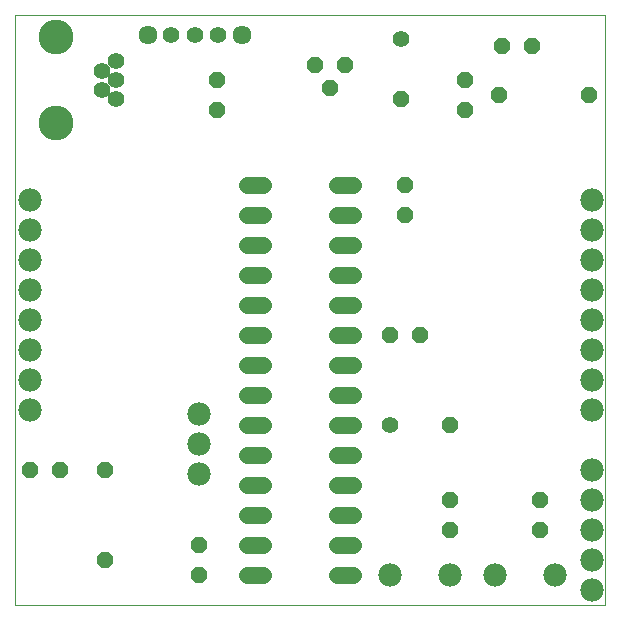
<source format=gts>
G75*
%MOIN*%
%OFA0B0*%
%FSLAX25Y25*%
%IPPOS*%
%LPD*%
%AMOC8*
5,1,8,0,0,1.08239X$1,22.5*
%
%ADD10C,0.00000*%
%ADD11OC8,0.05600*%
%ADD12C,0.05600*%
%ADD13C,0.05550*%
%ADD14C,0.11620*%
%ADD15C,0.07800*%
%ADD16C,0.05600*%
%ADD17C,0.06337*%
D10*
X0005060Y0001800D02*
X0005060Y0198650D01*
X0201910Y0198650D01*
X0201910Y0001800D01*
X0005060Y0001800D01*
D11*
X0035060Y0016800D03*
X0035060Y0046800D03*
X0020060Y0046800D03*
X0010060Y0046800D03*
X0066310Y0021800D03*
X0066310Y0011800D03*
X0130060Y0091800D03*
X0140060Y0091800D03*
X0150060Y0061800D03*
X0150060Y0036800D03*
X0150060Y0026800D03*
X0180060Y0026800D03*
X0180060Y0036800D03*
X0135060Y0131800D03*
X0135060Y0141800D03*
X0155060Y0166800D03*
X0155060Y0176800D03*
X0166310Y0171800D03*
X0167560Y0188050D03*
X0177560Y0188050D03*
X0196310Y0171800D03*
X0133810Y0170550D03*
X0115060Y0181800D03*
X0110060Y0174300D03*
X0105060Y0181800D03*
X0072560Y0176800D03*
X0072560Y0166800D03*
D12*
X0133810Y0190550D03*
X0130060Y0061800D03*
D13*
X0038889Y0170501D03*
X0034164Y0173650D03*
X0038889Y0176800D03*
X0034164Y0179950D03*
X0038889Y0183099D03*
X0057186Y0191800D03*
X0065060Y0191800D03*
X0072934Y0191800D03*
D14*
X0018810Y0191170D03*
X0018810Y0162430D03*
D15*
X0010060Y0136800D03*
X0010060Y0126800D03*
X0010060Y0116800D03*
X0010060Y0106800D03*
X0010060Y0096800D03*
X0010060Y0086800D03*
X0010060Y0076800D03*
X0010060Y0066800D03*
X0066310Y0065550D03*
X0066310Y0055550D03*
X0066310Y0045550D03*
X0130060Y0011800D03*
X0150060Y0011800D03*
X0165060Y0011800D03*
X0185060Y0011800D03*
X0197560Y0006800D03*
X0197560Y0016800D03*
X0197560Y0026800D03*
X0197560Y0036800D03*
X0197560Y0046800D03*
X0197560Y0066800D03*
X0197560Y0076800D03*
X0197560Y0086800D03*
X0197560Y0096800D03*
X0197560Y0106800D03*
X0197560Y0116800D03*
X0197560Y0126800D03*
X0197560Y0136800D03*
D16*
X0117660Y0131800D02*
X0112460Y0131800D01*
X0112460Y0121800D02*
X0117660Y0121800D01*
X0117660Y0111800D02*
X0112460Y0111800D01*
X0112460Y0101800D02*
X0117660Y0101800D01*
X0117660Y0091800D02*
X0112460Y0091800D01*
X0112460Y0081800D02*
X0117660Y0081800D01*
X0117660Y0071800D02*
X0112460Y0071800D01*
X0112460Y0061800D02*
X0117660Y0061800D01*
X0117660Y0051800D02*
X0112460Y0051800D01*
X0112460Y0041800D02*
X0117660Y0041800D01*
X0117660Y0031800D02*
X0112460Y0031800D01*
X0112460Y0021800D02*
X0117660Y0021800D01*
X0117660Y0011800D02*
X0112460Y0011800D01*
X0087660Y0011800D02*
X0082460Y0011800D01*
X0082460Y0021800D02*
X0087660Y0021800D01*
X0087660Y0031800D02*
X0082460Y0031800D01*
X0082460Y0041800D02*
X0087660Y0041800D01*
X0087660Y0051800D02*
X0082460Y0051800D01*
X0082460Y0061800D02*
X0087660Y0061800D01*
X0087660Y0071800D02*
X0082460Y0071800D01*
X0082460Y0081800D02*
X0087660Y0081800D01*
X0087660Y0091800D02*
X0082460Y0091800D01*
X0082460Y0101800D02*
X0087660Y0101800D01*
X0087660Y0111800D02*
X0082460Y0111800D01*
X0082460Y0121800D02*
X0087660Y0121800D01*
X0087660Y0131800D02*
X0082460Y0131800D01*
X0082460Y0141800D02*
X0087660Y0141800D01*
X0112460Y0141800D02*
X0117660Y0141800D01*
D17*
X0080808Y0191800D03*
X0049312Y0191800D03*
M02*

</source>
